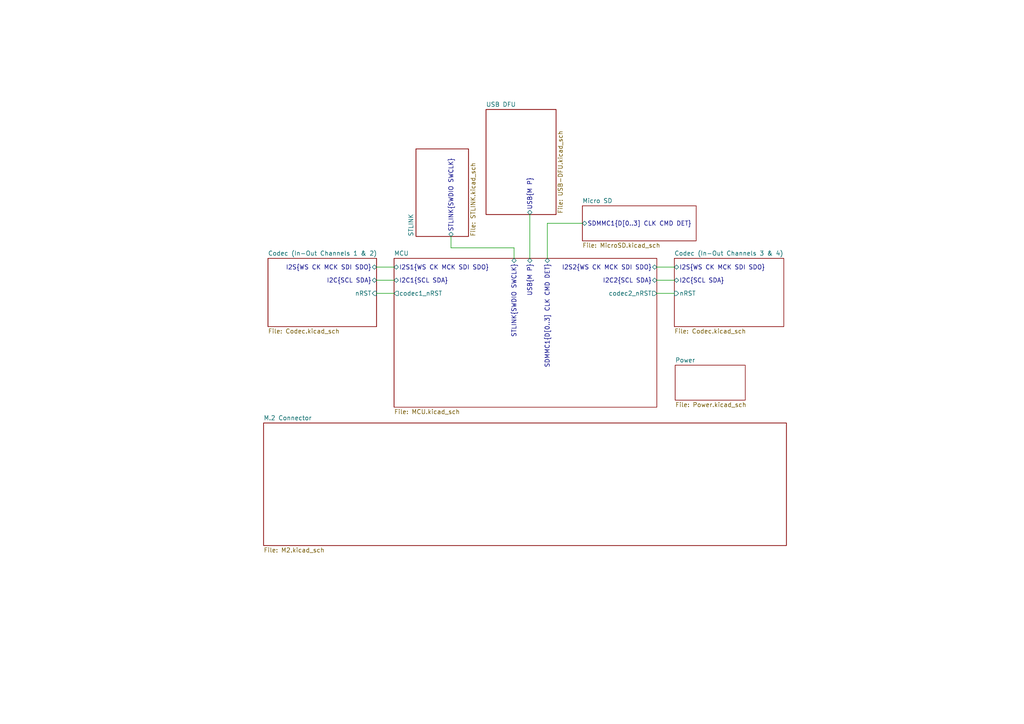
<source format=kicad_sch>
(kicad_sch
	(version 20250114)
	(generator "eeschema")
	(generator_version "9.0")
	(uuid "d9f70aa0-fcfd-4ae4-9801-1024ce5b770a")
	(paper "A4")
	(lib_symbols)
	(wire
		(pts
			(xy 190.5 77.47) (xy 195.58 77.47)
		)
		(stroke
			(width 0)
			(type default)
		)
		(uuid "051e87c8-0071-4ba0-b48e-e24aee82730d")
	)
	(wire
		(pts
			(xy 149.098 71.882) (xy 149.098 74.93)
		)
		(stroke
			(width 0)
			(type default)
		)
		(uuid "2278c701-c91f-4ae1-9842-b2789599278f")
	)
	(wire
		(pts
			(xy 190.5 81.28) (xy 195.58 81.28)
		)
		(stroke
			(width 0)
			(type default)
		)
		(uuid "3c62fea7-7ea8-4917-8ca4-1e5086db82ef")
	)
	(wire
		(pts
			(xy 109.22 85.09) (xy 114.3 85.09)
		)
		(stroke
			(width 0)
			(type default)
		)
		(uuid "4110e915-49ce-42c1-8c77-74d9bebb2cc8")
	)
	(wire
		(pts
			(xy 130.81 71.882) (xy 149.098 71.882)
		)
		(stroke
			(width 0)
			(type default)
		)
		(uuid "76b99e0d-123a-4051-92a7-ccb89fee60e9")
	)
	(wire
		(pts
			(xy 158.75 64.77) (xy 158.75 74.93)
		)
		(stroke
			(width 0)
			(type default)
		)
		(uuid "77f6e436-7357-4708-9d7a-a178e024f377")
	)
	(wire
		(pts
			(xy 190.5 85.09) (xy 195.58 85.09)
		)
		(stroke
			(width 0)
			(type default)
		)
		(uuid "7e9781fb-e64a-4cc9-a402-b39cf63add7a")
	)
	(wire
		(pts
			(xy 130.81 68.58) (xy 130.81 71.882)
		)
		(stroke
			(width 0)
			(type default)
		)
		(uuid "b653fc22-ccec-48e4-87fa-e089c060ae75")
	)
	(wire
		(pts
			(xy 109.22 81.28) (xy 114.3 81.28)
		)
		(stroke
			(width 0)
			(type default)
		)
		(uuid "c7c250d3-3553-443c-a798-add4f081ca79")
	)
	(wire
		(pts
			(xy 109.22 77.47) (xy 114.3 77.47)
		)
		(stroke
			(width 0)
			(type default)
		)
		(uuid "e364ac22-b771-407f-a8ed-c978415e2e78")
	)
	(wire
		(pts
			(xy 158.75 64.77) (xy 168.91 64.77)
		)
		(stroke
			(width 0)
			(type default)
		)
		(uuid "f8df09b2-d2cb-4f9b-b27a-5c4803603199")
	)
	(wire
		(pts
			(xy 153.67 62.23) (xy 153.67 74.93)
		)
		(stroke
			(width 0)
			(type default)
		)
		(uuid "f9d420f7-5865-43eb-aa29-0c545efb81fa")
	)
	(sheet
		(at 114.3 74.93)
		(size 76.2 43.18)
		(exclude_from_sim no)
		(in_bom yes)
		(on_board yes)
		(dnp no)
		(fields_autoplaced yes)
		(stroke
			(width 0.1524)
			(type solid)
		)
		(fill
			(color 0 0 0 0.0000)
		)
		(uuid "06ef213c-9b6a-476b-b845-ea62437585b7")
		(property "Sheetname" "MCU"
			(at 114.3 74.2184 0)
			(effects
				(font
					(size 1.27 1.27)
				)
				(justify left bottom)
			)
		)
		(property "Sheetfile" "MCU.kicad_sch"
			(at 114.3 118.6946 0)
			(effects
				(font
					(size 1.27 1.27)
				)
				(justify left top)
			)
		)
		(pin "SDMMC1{D[0..3] CLK CMD DET}" bidirectional
			(at 158.75 74.93 90)
			(uuid "5fbacf39-0f1d-442f-963f-2e6552384190")
			(effects
				(font
					(size 1.27 1.27)
				)
				(justify right)
			)
		)
		(pin "I2C1{SCL SDA}" bidirectional
			(at 114.3 81.28 180)
			(uuid "ea6f57eb-e3f7-4ba7-99b0-bf6e19cd1c9e")
			(effects
				(font
					(size 1.27 1.27)
				)
				(justify left)
			)
		)
		(pin "I2C2{SCL SDA}" bidirectional
			(at 190.5 81.28 0)
			(uuid "c35baac0-754d-4224-adf6-df38c186e771")
			(effects
				(font
					(size 1.27 1.27)
				)
				(justify right)
			)
		)
		(pin "USB{M P}" bidirectional
			(at 153.67 74.93 90)
			(uuid "8025f63b-c9f3-4c8f-ad42-0c6219d3d376")
			(effects
				(font
					(size 1.27 1.27)
				)
				(justify right)
			)
		)
		(pin "STLINK{SWDIO SWCLK}" bidirectional
			(at 149.098 74.93 90)
			(uuid "26becf71-01a1-48de-a5dc-237e03ee7736")
			(effects
				(font
					(size 1.27 1.27)
				)
				(justify right)
			)
		)
		(pin "I2S1{WS CK MCK SDI SDO}" bidirectional
			(at 114.3 77.47 180)
			(uuid "fb803956-6f7c-4e27-a8fa-d5ae4cafca1d")
			(effects
				(font
					(size 1.27 1.27)
				)
				(justify left)
			)
		)
		(pin "I2S2{WS CK MCK SDI SDO}" bidirectional
			(at 190.5 77.47 0)
			(uuid "fe1f5968-f772-449f-8d4c-69fcd8ac8ce7")
			(effects
				(font
					(size 1.27 1.27)
				)
				(justify right)
			)
		)
		(pin "codec1_nRST" output
			(at 114.3 85.09 180)
			(uuid "0473af16-7676-47ff-a513-f9e60a7fc15e")
			(effects
				(font
					(size 1.27 1.27)
				)
				(justify left)
			)
		)
		(pin "codec2_nRST" output
			(at 190.5 85.09 0)
			(uuid "b30afbb1-664e-454a-b914-e1f78a286c98")
			(effects
				(font
					(size 1.27 1.27)
				)
				(justify right)
			)
		)
		(instances
			(project "STMBlueLine"
				(path "/d9f70aa0-fcfd-4ae4-9801-1024ce5b770a"
					(page "2")
				)
			)
		)
	)
	(sheet
		(at 140.97 31.75)
		(size 20.32 30.48)
		(exclude_from_sim no)
		(in_bom yes)
		(on_board yes)
		(dnp no)
		(stroke
			(width 0.1524)
			(type solid)
		)
		(fill
			(color 0 0 0 0.0000)
		)
		(uuid "1b8eacbf-3481-434e-abf0-0c77f2ae786c")
		(property "Sheetname" "USB DFU"
			(at 140.97 31.0384 0)
			(effects
				(font
					(size 1.27 1.27)
				)
				(justify left bottom)
			)
		)
		(property "Sheetfile" "USB-DFU.kicad_sch"
			(at 161.798 61.976 90)
			(effects
				(font
					(size 1.27 1.27)
				)
				(justify left top)
			)
		)
		(pin "USB{M P}" bidirectional
			(at 153.67 62.23 270)
			(uuid "33b23a11-5d7a-420a-a08d-b03ba8a5dd19")
			(effects
				(font
					(size 1.27 1.27)
				)
				(justify left)
			)
		)
		(instances
			(project "STMBlueLine"
				(path "/d9f70aa0-fcfd-4ae4-9801-1024ce5b770a"
					(page "7")
				)
			)
		)
	)
	(sheet
		(at 120.65 43.18)
		(size 15.24 25.4)
		(exclude_from_sim no)
		(in_bom yes)
		(on_board yes)
		(dnp no)
		(fields_autoplaced yes)
		(stroke
			(width 0.1524)
			(type solid)
		)
		(fill
			(color 0 0 0 0.0000)
		)
		(uuid "3a1846a8-7cf9-40e2-86f9-7ca7be2746df")
		(property "Sheetname" "STLINK"
			(at 119.9384 68.58 90)
			(effects
				(font
					(size 1.27 1.27)
				)
				(justify left bottom)
			)
		)
		(property "Sheetfile" "STLINK.kicad_sch"
			(at 136.4746 68.58 90)
			(effects
				(font
					(size 1.27 1.27)
				)
				(justify left top)
			)
		)
		(pin "STLINK{SWDIO SWCLK}" bidirectional
			(at 130.81 68.58 270)
			(uuid "966ce6e2-27b9-4d7b-9b09-5218cf4198db")
			(effects
				(font
					(size 1.27 1.27)
				)
				(justify left)
			)
		)
		(instances
			(project "STMBlueLine"
				(path "/d9f70aa0-fcfd-4ae4-9801-1024ce5b770a"
					(page "8")
				)
			)
		)
	)
	(sheet
		(at 76.454 122.682)
		(size 151.638 35.56)
		(exclude_from_sim no)
		(in_bom yes)
		(on_board yes)
		(dnp no)
		(fields_autoplaced yes)
		(stroke
			(width 0.1524)
			(type solid)
		)
		(fill
			(color 0 0 0 0.0000)
		)
		(uuid "666ee3ec-a1ed-4703-98a8-cdaea5f84fb1")
		(property "Sheetname" "M.2 Connector"
			(at 76.454 121.9704 0)
			(effects
				(font
					(size 1.27 1.27)
				)
				(justify left bottom)
			)
		)
		(property "Sheetfile" "M2.kicad_sch"
			(at 76.454 158.8266 0)
			(effects
				(font
					(size 1.27 1.27)
				)
				(justify left top)
			)
		)
		(instances
			(project "STMBlueLine"
				(path "/d9f70aa0-fcfd-4ae4-9801-1024ce5b770a"
					(page "5")
				)
			)
		)
	)
	(sheet
		(at 195.58 74.93)
		(size 31.75 19.812)
		(exclude_from_sim no)
		(in_bom yes)
		(on_board yes)
		(dnp no)
		(fields_autoplaced yes)
		(stroke
			(width 0.1524)
			(type solid)
		)
		(fill
			(color 0 0 0 0.0000)
		)
		(uuid "9f8c37d1-a91f-4122-861e-de16d931f91f")
		(property "Sheetname" "Codec (In-Out Channels 3 & 4)"
			(at 195.58 74.2184 0)
			(effects
				(font
					(size 1.27 1.27)
				)
				(justify left bottom)
			)
		)
		(property "Sheetfile" "Codec.kicad_sch"
			(at 195.58 95.3266 0)
			(effects
				(font
					(size 1.27 1.27)
				)
				(justify left top)
			)
		)
		(pin "I2C{SCL SDA}" bidirectional
			(at 195.58 81.28 180)
			(uuid "63b468ad-00fc-43d5-bc40-05a54b5e2cfc")
			(effects
				(font
					(size 1.27 1.27)
				)
				(justify left)
			)
		)
		(pin "I2S{WS CK MCK SDI SDO}" bidirectional
			(at 195.58 77.47 180)
			(uuid "8d5e2f19-a08e-4535-a8ee-ae5c4d36db01")
			(effects
				(font
					(size 1.27 1.27)
				)
				(justify left)
			)
		)
		(pin "nRST" input
			(at 195.58 85.09 180)
			(uuid "d6890c93-533a-4820-8f9c-a9f048d7e2c0")
			(effects
				(font
					(size 1.27 1.27)
				)
				(justify left)
			)
		)
		(instances
			(project "STMBlueLine"
				(path "/d9f70aa0-fcfd-4ae4-9801-1024ce5b770a"
					(page "9")
				)
			)
		)
	)
	(sheet
		(at 168.91 59.69)
		(size 33.02 10.16)
		(exclude_from_sim no)
		(in_bom yes)
		(on_board yes)
		(dnp no)
		(fields_autoplaced yes)
		(stroke
			(width 0.1524)
			(type solid)
		)
		(fill
			(color 0 0 0 0.0000)
		)
		(uuid "b1a92380-38d8-44e8-bc23-33aa2ab32880")
		(property "Sheetname" "Micro SD"
			(at 168.91 58.9784 0)
			(effects
				(font
					(size 1.27 1.27)
				)
				(justify left bottom)
			)
		)
		(property "Sheetfile" "MicroSD.kicad_sch"
			(at 168.91 70.4346 0)
			(effects
				(font
					(size 1.27 1.27)
				)
				(justify left top)
			)
		)
		(pin "SDMMC1{D[0..3] CLK CMD DET}" bidirectional
			(at 168.91 64.77 180)
			(uuid "191abfd9-aec6-49ea-86b9-e805324ccc4e")
			(effects
				(font
					(size 1.27 1.27)
				)
				(justify left)
			)
		)
		(instances
			(project "STMBlueLine"
				(path "/d9f70aa0-fcfd-4ae4-9801-1024ce5b770a"
					(page "6")
				)
			)
		)
	)
	(sheet
		(at 77.724 74.93)
		(size 31.496 19.812)
		(exclude_from_sim no)
		(in_bom yes)
		(on_board yes)
		(dnp no)
		(fields_autoplaced yes)
		(stroke
			(width 0.1524)
			(type solid)
		)
		(fill
			(color 0 0 0 0.0000)
		)
		(uuid "f3476d08-12bc-4118-bd89-b8dcd1d3e6bf")
		(property "Sheetname" "Codec (In-Out Channels 1 & 2)"
			(at 77.724 74.2184 0)
			(effects
				(font
					(size 1.27 1.27)
				)
				(justify left bottom)
			)
		)
		(property "Sheetfile" "Codec.kicad_sch"
			(at 77.724 95.3266 0)
			(effects
				(font
					(size 1.27 1.27)
				)
				(justify left top)
			)
		)
		(pin "nRST" input
			(at 109.22 85.09 0)
			(uuid "80db8179-1411-4ee1-b0b8-ec08e41902de")
			(effects
				(font
					(size 1.27 1.27)
				)
				(justify right)
			)
		)
		(pin "I2C{SCL SDA}" bidirectional
			(at 109.22 81.28 0)
			(uuid "84f084af-e925-488d-b1b1-1ea62b04f016")
			(effects
				(font
					(size 1.27 1.27)
				)
				(justify right)
			)
		)
		(pin "I2S{WS CK MCK SDI SDO}" bidirectional
			(at 109.22 77.47 0)
			(uuid "a9d5d023-4e12-4d3a-932a-d7301dcec87a")
			(effects
				(font
					(size 1.27 1.27)
				)
				(justify right)
			)
		)
		(instances
			(project "STMBlueLine"
				(path "/d9f70aa0-fcfd-4ae4-9801-1024ce5b770a"
					(page "3")
				)
			)
		)
	)
	(sheet
		(at 195.834 105.918)
		(size 20.32 10.16)
		(exclude_from_sim no)
		(in_bom yes)
		(on_board yes)
		(dnp no)
		(fields_autoplaced yes)
		(stroke
			(width 0.1524)
			(type solid)
		)
		(fill
			(color 0 0 0 0.0000)
		)
		(uuid "f8e14ee7-176c-4894-b162-01ced926259d")
		(property "Sheetname" "Power"
			(at 195.834 105.2064 0)
			(effects
				(font
					(size 1.27 1.27)
				)
				(justify left bottom)
			)
		)
		(property "Sheetfile" "Power.kicad_sch"
			(at 195.834 116.6626 0)
			(effects
				(font
					(size 1.27 1.27)
				)
				(justify left top)
			)
		)
		(instances
			(project "STMBlueLine"
				(path "/d9f70aa0-fcfd-4ae4-9801-1024ce5b770a"
					(page "4")
				)
			)
		)
	)
	(sheet_instances
		(path "/"
			(page "1")
		)
	)
	(embedded_fonts no)
)

</source>
